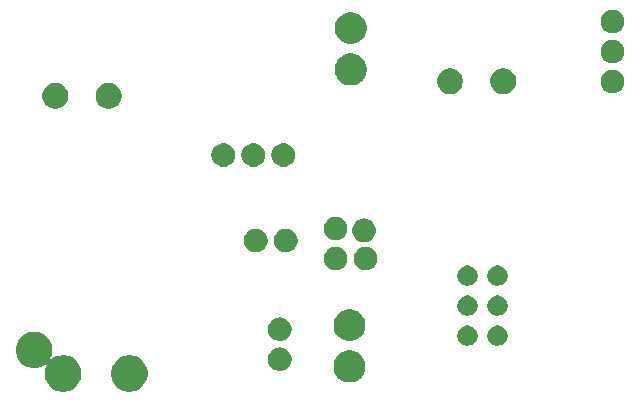
<source format=gbs>
G04 #@! TF.GenerationSoftware,KiCad,Pcbnew,5.1.5-52549c5~86~ubuntu18.04.1*
G04 #@! TF.CreationDate,2020-08-27T00:17:12-07:00*
G04 #@! TF.ProjectId,heat2sound_rx_and_tx,68656174-3273-46f7-956e-645f72785f61,rev?*
G04 #@! TF.SameCoordinates,Original*
G04 #@! TF.FileFunction,Soldermask,Bot*
G04 #@! TF.FilePolarity,Negative*
%FSLAX46Y46*%
G04 Gerber Fmt 4.6, Leading zero omitted, Abs format (unit mm)*
G04 Created by KiCad (PCBNEW 5.1.5-52549c5~86~ubuntu18.04.1) date 2020-08-27 00:17:12*
%MOMM*%
%LPD*%
G04 APERTURE LIST*
%ADD10C,0.100000*%
G04 APERTURE END LIST*
D10*
G36*
X155002390Y-128729783D02*
G01*
X155152118Y-128759565D01*
X155268960Y-128807963D01*
X155434199Y-128876407D01*
X155434200Y-128876408D01*
X155688068Y-129046036D01*
X155903964Y-129261932D01*
X155903965Y-129261934D01*
X156073593Y-129515801D01*
X156104117Y-129589493D01*
X156190435Y-129797882D01*
X156250000Y-130097338D01*
X156250000Y-130402662D01*
X156190435Y-130702118D01*
X156154246Y-130789485D01*
X156073593Y-130984199D01*
X156053223Y-131014685D01*
X156048603Y-131023329D01*
X156045758Y-131032709D01*
X156044797Y-131042463D01*
X156045758Y-131052217D01*
X156048603Y-131061597D01*
X156053223Y-131070241D01*
X156059441Y-131077818D01*
X156067018Y-131084036D01*
X156075662Y-131088656D01*
X156085042Y-131091501D01*
X156094796Y-131092462D01*
X156104550Y-131091501D01*
X156113930Y-131088656D01*
X156122574Y-131084036D01*
X156130145Y-131077823D01*
X156161932Y-131046036D01*
X156415800Y-130876408D01*
X156415801Y-130876407D01*
X156581040Y-130807963D01*
X156697882Y-130759565D01*
X156847610Y-130729783D01*
X156997337Y-130700000D01*
X157302663Y-130700000D01*
X157452390Y-130729783D01*
X157602118Y-130759565D01*
X157718960Y-130807963D01*
X157884199Y-130876407D01*
X157884200Y-130876408D01*
X158138068Y-131046036D01*
X158353964Y-131261932D01*
X158393999Y-131321849D01*
X158523593Y-131515801D01*
X158568241Y-131623592D01*
X158616640Y-131740435D01*
X158640435Y-131797883D01*
X158700000Y-132097337D01*
X158700000Y-132402663D01*
X158640435Y-132702117D01*
X158523593Y-132984199D01*
X158523592Y-132984200D01*
X158353964Y-133238068D01*
X158138068Y-133453964D01*
X158010273Y-133539353D01*
X157884199Y-133623593D01*
X157718960Y-133692037D01*
X157602118Y-133740435D01*
X157452390Y-133770217D01*
X157302663Y-133800000D01*
X156997337Y-133800000D01*
X156847610Y-133770217D01*
X156697882Y-133740435D01*
X156581040Y-133692037D01*
X156415801Y-133623593D01*
X156289727Y-133539353D01*
X156161932Y-133453964D01*
X155946036Y-133238068D01*
X155776408Y-132984200D01*
X155776407Y-132984199D01*
X155659565Y-132702117D01*
X155600000Y-132402663D01*
X155600000Y-132097337D01*
X155659565Y-131797883D01*
X155683361Y-131740435D01*
X155731759Y-131623592D01*
X155776407Y-131515801D01*
X155796777Y-131485315D01*
X155801397Y-131476671D01*
X155804242Y-131467291D01*
X155805203Y-131457537D01*
X155804242Y-131447783D01*
X155801397Y-131438403D01*
X155796777Y-131429759D01*
X155790559Y-131422182D01*
X155782982Y-131415964D01*
X155774338Y-131411344D01*
X155764958Y-131408499D01*
X155755204Y-131407538D01*
X155745450Y-131408499D01*
X155736070Y-131411344D01*
X155727426Y-131415964D01*
X155719855Y-131422177D01*
X155688068Y-131453964D01*
X155613429Y-131503836D01*
X155434199Y-131623593D01*
X155268960Y-131692037D01*
X155152118Y-131740435D01*
X155002390Y-131770217D01*
X154852663Y-131800000D01*
X154547337Y-131800000D01*
X154397610Y-131770217D01*
X154247882Y-131740435D01*
X154131040Y-131692037D01*
X153965801Y-131623593D01*
X153786571Y-131503836D01*
X153711932Y-131453964D01*
X153496036Y-131238068D01*
X153367725Y-131046036D01*
X153326407Y-130984199D01*
X153245754Y-130789485D01*
X153209565Y-130702118D01*
X153150000Y-130402662D01*
X153150000Y-130097338D01*
X153209565Y-129797882D01*
X153295883Y-129589493D01*
X153326407Y-129515801D01*
X153496035Y-129261934D01*
X153496036Y-129261932D01*
X153711932Y-129046036D01*
X153965800Y-128876408D01*
X153965801Y-128876407D01*
X154131040Y-128807963D01*
X154247882Y-128759565D01*
X154397610Y-128729783D01*
X154547337Y-128700000D01*
X154852663Y-128700000D01*
X155002390Y-128729783D01*
G37*
G36*
X163052390Y-130729783D02*
G01*
X163202118Y-130759565D01*
X163318960Y-130807963D01*
X163484199Y-130876407D01*
X163484200Y-130876408D01*
X163738068Y-131046036D01*
X163953964Y-131261932D01*
X163993999Y-131321849D01*
X164123593Y-131515801D01*
X164168241Y-131623592D01*
X164216640Y-131740435D01*
X164240435Y-131797883D01*
X164300000Y-132097337D01*
X164300000Y-132402663D01*
X164240435Y-132702117D01*
X164123593Y-132984199D01*
X164123592Y-132984200D01*
X163953964Y-133238068D01*
X163738068Y-133453964D01*
X163610273Y-133539353D01*
X163484199Y-133623593D01*
X163318960Y-133692037D01*
X163202118Y-133740435D01*
X163052390Y-133770217D01*
X162902663Y-133800000D01*
X162597337Y-133800000D01*
X162447610Y-133770217D01*
X162297882Y-133740435D01*
X162181040Y-133692037D01*
X162015801Y-133623593D01*
X161889727Y-133539353D01*
X161761932Y-133453964D01*
X161546036Y-133238068D01*
X161376408Y-132984200D01*
X161376407Y-132984199D01*
X161259565Y-132702117D01*
X161200000Y-132402663D01*
X161200000Y-132097337D01*
X161259565Y-131797883D01*
X161283361Y-131740435D01*
X161331759Y-131623592D01*
X161376407Y-131515801D01*
X161506001Y-131321849D01*
X161546036Y-131261932D01*
X161761932Y-131046036D01*
X162015800Y-130876408D01*
X162015801Y-130876407D01*
X162181040Y-130807963D01*
X162297882Y-130759565D01*
X162447610Y-130729783D01*
X162597337Y-130700000D01*
X162902663Y-130700000D01*
X163052390Y-130729783D01*
G37*
G36*
X181793779Y-130351939D02*
G01*
X182039463Y-130453705D01*
X182039465Y-130453706D01*
X182260575Y-130601447D01*
X182448613Y-130789485D01*
X182578717Y-130984200D01*
X182596355Y-131010597D01*
X182698121Y-131256281D01*
X182750000Y-131517095D01*
X182750000Y-131783025D01*
X182698121Y-132043839D01*
X182596355Y-132289523D01*
X182596354Y-132289525D01*
X182448613Y-132510635D01*
X182260575Y-132698673D01*
X182039465Y-132846414D01*
X182039464Y-132846415D01*
X182039463Y-132846415D01*
X181793779Y-132948181D01*
X181532965Y-133000060D01*
X181267035Y-133000060D01*
X181006221Y-132948181D01*
X180760537Y-132846415D01*
X180760536Y-132846415D01*
X180760535Y-132846414D01*
X180539425Y-132698673D01*
X180351387Y-132510635D01*
X180203646Y-132289525D01*
X180203645Y-132289523D01*
X180101879Y-132043839D01*
X180050000Y-131783025D01*
X180050000Y-131517095D01*
X180101879Y-131256281D01*
X180203645Y-131010597D01*
X180221283Y-130984200D01*
X180351387Y-130789485D01*
X180539425Y-130601447D01*
X180760535Y-130453706D01*
X180760537Y-130453705D01*
X181006221Y-130351939D01*
X181267035Y-130300060D01*
X181532965Y-130300060D01*
X181793779Y-130351939D01*
G37*
G36*
X175695090Y-130049375D02*
G01*
X175791689Y-130068589D01*
X175973678Y-130143971D01*
X176137463Y-130253409D01*
X176276751Y-130392697D01*
X176386189Y-130556482D01*
X176461571Y-130738471D01*
X176500000Y-130931669D01*
X176500000Y-131128651D01*
X176461571Y-131321849D01*
X176386189Y-131503838D01*
X176276751Y-131667623D01*
X176137463Y-131806911D01*
X175973678Y-131916349D01*
X175791689Y-131991731D01*
X175695090Y-132010945D01*
X175598493Y-132030160D01*
X175401507Y-132030160D01*
X175304910Y-132010945D01*
X175208311Y-131991731D01*
X175026322Y-131916349D01*
X174862537Y-131806911D01*
X174723249Y-131667623D01*
X174613811Y-131503838D01*
X174538429Y-131321849D01*
X174500000Y-131128651D01*
X174500000Y-130931669D01*
X174538429Y-130738471D01*
X174613811Y-130556482D01*
X174723249Y-130392697D01*
X174862537Y-130253409D01*
X175026322Y-130143971D01*
X175208311Y-130068589D01*
X175304910Y-130049375D01*
X175401507Y-130030160D01*
X175598493Y-130030160D01*
X175695090Y-130049375D01*
G37*
G36*
X194181434Y-128211125D02*
G01*
X194181437Y-128211126D01*
X194181436Y-128211126D01*
X194338310Y-128276105D01*
X194479493Y-128370441D01*
X194599559Y-128490507D01*
X194693895Y-128631690D01*
X194693895Y-128631691D01*
X194758875Y-128788566D01*
X194792000Y-128955099D01*
X194792000Y-129124901D01*
X194758875Y-129291434D01*
X194758874Y-129291436D01*
X194693895Y-129448310D01*
X194599559Y-129589493D01*
X194479493Y-129709559D01*
X194338310Y-129803895D01*
X194227383Y-129849842D01*
X194181434Y-129868875D01*
X194014901Y-129902000D01*
X193845099Y-129902000D01*
X193678566Y-129868875D01*
X193632617Y-129849842D01*
X193521690Y-129803895D01*
X193380507Y-129709559D01*
X193260441Y-129589493D01*
X193166105Y-129448310D01*
X193101126Y-129291436D01*
X193101125Y-129291434D01*
X193068000Y-129124901D01*
X193068000Y-128955099D01*
X193101125Y-128788566D01*
X193166105Y-128631691D01*
X193166105Y-128631690D01*
X193260441Y-128490507D01*
X193380507Y-128370441D01*
X193521690Y-128276105D01*
X193678564Y-128211126D01*
X193678563Y-128211126D01*
X193678566Y-128211125D01*
X193845099Y-128178000D01*
X194014901Y-128178000D01*
X194181434Y-128211125D01*
G37*
G36*
X191641434Y-128211125D02*
G01*
X191641437Y-128211126D01*
X191641436Y-128211126D01*
X191798310Y-128276105D01*
X191939493Y-128370441D01*
X192059559Y-128490507D01*
X192153895Y-128631690D01*
X192153895Y-128631691D01*
X192218875Y-128788566D01*
X192252000Y-128955099D01*
X192252000Y-129124901D01*
X192218875Y-129291434D01*
X192218874Y-129291436D01*
X192153895Y-129448310D01*
X192059559Y-129589493D01*
X191939493Y-129709559D01*
X191798310Y-129803895D01*
X191687383Y-129849842D01*
X191641434Y-129868875D01*
X191474901Y-129902000D01*
X191305099Y-129902000D01*
X191138566Y-129868875D01*
X191092617Y-129849842D01*
X190981690Y-129803895D01*
X190840507Y-129709559D01*
X190720441Y-129589493D01*
X190626105Y-129448310D01*
X190561126Y-129291436D01*
X190561125Y-129291434D01*
X190528000Y-129124901D01*
X190528000Y-128955099D01*
X190561125Y-128788566D01*
X190626105Y-128631691D01*
X190626105Y-128631690D01*
X190720441Y-128490507D01*
X190840507Y-128370441D01*
X190981690Y-128276105D01*
X191138564Y-128211126D01*
X191138563Y-128211126D01*
X191138566Y-128211125D01*
X191305099Y-128178000D01*
X191474901Y-128178000D01*
X191641434Y-128211125D01*
G37*
G36*
X181793779Y-126851819D02*
G01*
X182039463Y-126953585D01*
X182039465Y-126953586D01*
X182260575Y-127101327D01*
X182448613Y-127289365D01*
X182497146Y-127362000D01*
X182596355Y-127510477D01*
X182698121Y-127756161D01*
X182750000Y-128016975D01*
X182750000Y-128282905D01*
X182698121Y-128543719D01*
X182596702Y-128788566D01*
X182596354Y-128789405D01*
X182448613Y-129010515D01*
X182260575Y-129198553D01*
X182039465Y-129346294D01*
X182039464Y-129346295D01*
X182039463Y-129346295D01*
X181793779Y-129448061D01*
X181532965Y-129499940D01*
X181267035Y-129499940D01*
X181006221Y-129448061D01*
X180760537Y-129346295D01*
X180760536Y-129346295D01*
X180760535Y-129346294D01*
X180539425Y-129198553D01*
X180351387Y-129010515D01*
X180203646Y-128789405D01*
X180203298Y-128788566D01*
X180101879Y-128543719D01*
X180050000Y-128282905D01*
X180050000Y-128016975D01*
X180101879Y-127756161D01*
X180203645Y-127510477D01*
X180302854Y-127362000D01*
X180351387Y-127289365D01*
X180539425Y-127101327D01*
X180760535Y-126953586D01*
X180760537Y-126953585D01*
X181006221Y-126851819D01*
X181267035Y-126799940D01*
X181532965Y-126799940D01*
X181793779Y-126851819D01*
G37*
G36*
X175695090Y-127509375D02*
G01*
X175791689Y-127528589D01*
X175973678Y-127603971D01*
X176137463Y-127713409D01*
X176276751Y-127852697D01*
X176386189Y-128016482D01*
X176461571Y-128198471D01*
X176461571Y-128198473D01*
X176495778Y-128370440D01*
X176500000Y-128391669D01*
X176500000Y-128588651D01*
X176461571Y-128781849D01*
X176386189Y-128963838D01*
X176276751Y-129127623D01*
X176137463Y-129266911D01*
X175973678Y-129376349D01*
X175791689Y-129451731D01*
X175695090Y-129470946D01*
X175598493Y-129490160D01*
X175401507Y-129490160D01*
X175304910Y-129470946D01*
X175208311Y-129451731D01*
X175026322Y-129376349D01*
X174862537Y-129266911D01*
X174723249Y-129127623D01*
X174613811Y-128963838D01*
X174538429Y-128781849D01*
X174500000Y-128588651D01*
X174500000Y-128391669D01*
X174504223Y-128370440D01*
X174538429Y-128198473D01*
X174538429Y-128198471D01*
X174613811Y-128016482D01*
X174723249Y-127852697D01*
X174862537Y-127713409D01*
X175026322Y-127603971D01*
X175208311Y-127528589D01*
X175304910Y-127509375D01*
X175401507Y-127490160D01*
X175598493Y-127490160D01*
X175695090Y-127509375D01*
G37*
G36*
X194181434Y-125671125D02*
G01*
X194181437Y-125671126D01*
X194181436Y-125671126D01*
X194338310Y-125736105D01*
X194479493Y-125830441D01*
X194599559Y-125950507D01*
X194693895Y-126091690D01*
X194693895Y-126091691D01*
X194758875Y-126248566D01*
X194792000Y-126415099D01*
X194792000Y-126584901D01*
X194758875Y-126751434D01*
X194758874Y-126751436D01*
X194693895Y-126908310D01*
X194599559Y-127049493D01*
X194479493Y-127169559D01*
X194338310Y-127263895D01*
X194227383Y-127309842D01*
X194181434Y-127328875D01*
X194014901Y-127362000D01*
X193845099Y-127362000D01*
X193678566Y-127328875D01*
X193632617Y-127309842D01*
X193521690Y-127263895D01*
X193380507Y-127169559D01*
X193260441Y-127049493D01*
X193166105Y-126908310D01*
X193101126Y-126751436D01*
X193101125Y-126751434D01*
X193068000Y-126584901D01*
X193068000Y-126415099D01*
X193101125Y-126248566D01*
X193166105Y-126091691D01*
X193166105Y-126091690D01*
X193260441Y-125950507D01*
X193380507Y-125830441D01*
X193521690Y-125736105D01*
X193678564Y-125671126D01*
X193678563Y-125671126D01*
X193678566Y-125671125D01*
X193845099Y-125638000D01*
X194014901Y-125638000D01*
X194181434Y-125671125D01*
G37*
G36*
X191641434Y-125671125D02*
G01*
X191641437Y-125671126D01*
X191641436Y-125671126D01*
X191798310Y-125736105D01*
X191939493Y-125830441D01*
X192059559Y-125950507D01*
X192153895Y-126091690D01*
X192153895Y-126091691D01*
X192218875Y-126248566D01*
X192252000Y-126415099D01*
X192252000Y-126584901D01*
X192218875Y-126751434D01*
X192218874Y-126751436D01*
X192153895Y-126908310D01*
X192059559Y-127049493D01*
X191939493Y-127169559D01*
X191798310Y-127263895D01*
X191687383Y-127309842D01*
X191641434Y-127328875D01*
X191474901Y-127362000D01*
X191305099Y-127362000D01*
X191138566Y-127328875D01*
X191092617Y-127309842D01*
X190981690Y-127263895D01*
X190840507Y-127169559D01*
X190720441Y-127049493D01*
X190626105Y-126908310D01*
X190561126Y-126751436D01*
X190561125Y-126751434D01*
X190528000Y-126584901D01*
X190528000Y-126415099D01*
X190561125Y-126248566D01*
X190626105Y-126091691D01*
X190626105Y-126091690D01*
X190720441Y-125950507D01*
X190840507Y-125830441D01*
X190981690Y-125736105D01*
X191138564Y-125671126D01*
X191138563Y-125671126D01*
X191138566Y-125671125D01*
X191305099Y-125638000D01*
X191474901Y-125638000D01*
X191641434Y-125671125D01*
G37*
G36*
X194181434Y-123131125D02*
G01*
X194181437Y-123131126D01*
X194181436Y-123131126D01*
X194338310Y-123196105D01*
X194479493Y-123290441D01*
X194599559Y-123410507D01*
X194693895Y-123551690D01*
X194693895Y-123551691D01*
X194758875Y-123708566D01*
X194792000Y-123875099D01*
X194792000Y-124044901D01*
X194758875Y-124211434D01*
X194758874Y-124211436D01*
X194693895Y-124368310D01*
X194599559Y-124509493D01*
X194479493Y-124629559D01*
X194338310Y-124723895D01*
X194227383Y-124769842D01*
X194181434Y-124788875D01*
X194014901Y-124822000D01*
X193845099Y-124822000D01*
X193678566Y-124788875D01*
X193632617Y-124769842D01*
X193521690Y-124723895D01*
X193380507Y-124629559D01*
X193260441Y-124509493D01*
X193166105Y-124368310D01*
X193101126Y-124211436D01*
X193101125Y-124211434D01*
X193068000Y-124044901D01*
X193068000Y-123875099D01*
X193101125Y-123708566D01*
X193166105Y-123551691D01*
X193166105Y-123551690D01*
X193260441Y-123410507D01*
X193380507Y-123290441D01*
X193521690Y-123196105D01*
X193678564Y-123131126D01*
X193678563Y-123131126D01*
X193678566Y-123131125D01*
X193845099Y-123098000D01*
X194014901Y-123098000D01*
X194181434Y-123131125D01*
G37*
G36*
X191641434Y-123131125D02*
G01*
X191641437Y-123131126D01*
X191641436Y-123131126D01*
X191798310Y-123196105D01*
X191939493Y-123290441D01*
X192059559Y-123410507D01*
X192153895Y-123551690D01*
X192153895Y-123551691D01*
X192218875Y-123708566D01*
X192252000Y-123875099D01*
X192252000Y-124044901D01*
X192218875Y-124211434D01*
X192218874Y-124211436D01*
X192153895Y-124368310D01*
X192059559Y-124509493D01*
X191939493Y-124629559D01*
X191798310Y-124723895D01*
X191687383Y-124769842D01*
X191641434Y-124788875D01*
X191474901Y-124822000D01*
X191305099Y-124822000D01*
X191138566Y-124788875D01*
X191092617Y-124769842D01*
X190981690Y-124723895D01*
X190840507Y-124629559D01*
X190720441Y-124509493D01*
X190626105Y-124368310D01*
X190561126Y-124211436D01*
X190561125Y-124211434D01*
X190528000Y-124044901D01*
X190528000Y-123875099D01*
X190561125Y-123708566D01*
X190626105Y-123551691D01*
X190626105Y-123551690D01*
X190720441Y-123410507D01*
X190840507Y-123290441D01*
X190981690Y-123196105D01*
X191138564Y-123131126D01*
X191138563Y-123131126D01*
X191138566Y-123131125D01*
X191305099Y-123098000D01*
X191474901Y-123098000D01*
X191641434Y-123131125D01*
G37*
G36*
X182965090Y-121539214D02*
G01*
X183061689Y-121558429D01*
X183243678Y-121633811D01*
X183407463Y-121743249D01*
X183546751Y-121882537D01*
X183656189Y-122046322D01*
X183731571Y-122228311D01*
X183770000Y-122421509D01*
X183770000Y-122618491D01*
X183731571Y-122811689D01*
X183656189Y-122993678D01*
X183546751Y-123157463D01*
X183407463Y-123296751D01*
X183243678Y-123406189D01*
X183061689Y-123481571D01*
X182965090Y-123500785D01*
X182868493Y-123520000D01*
X182671507Y-123520000D01*
X182574910Y-123500785D01*
X182478311Y-123481571D01*
X182296322Y-123406189D01*
X182132537Y-123296751D01*
X181993249Y-123157463D01*
X181883811Y-122993678D01*
X181808429Y-122811689D01*
X181770000Y-122618491D01*
X181770000Y-122421509D01*
X181808429Y-122228311D01*
X181883811Y-122046322D01*
X181993249Y-121882537D01*
X182132537Y-121743249D01*
X182296322Y-121633811D01*
X182478311Y-121558429D01*
X182574910Y-121539214D01*
X182671507Y-121520000D01*
X182868493Y-121520000D01*
X182965090Y-121539214D01*
G37*
G36*
X180425090Y-121539214D02*
G01*
X180521689Y-121558429D01*
X180703678Y-121633811D01*
X180867463Y-121743249D01*
X181006751Y-121882537D01*
X181116189Y-122046322D01*
X181191571Y-122228311D01*
X181230000Y-122421509D01*
X181230000Y-122618491D01*
X181191571Y-122811689D01*
X181116189Y-122993678D01*
X181006751Y-123157463D01*
X180867463Y-123296751D01*
X180703678Y-123406189D01*
X180521689Y-123481571D01*
X180425090Y-123500785D01*
X180328493Y-123520000D01*
X180131507Y-123520000D01*
X180034910Y-123500785D01*
X179938311Y-123481571D01*
X179756322Y-123406189D01*
X179592537Y-123296751D01*
X179453249Y-123157463D01*
X179343811Y-122993678D01*
X179268429Y-122811689D01*
X179230000Y-122618491D01*
X179230000Y-122421509D01*
X179268429Y-122228311D01*
X179343811Y-122046322D01*
X179453249Y-121882537D01*
X179592537Y-121743249D01*
X179756322Y-121633811D01*
X179938311Y-121558429D01*
X180034910Y-121539214D01*
X180131507Y-121520000D01*
X180328493Y-121520000D01*
X180425090Y-121539214D01*
G37*
G36*
X176204930Y-120019214D02*
G01*
X176301529Y-120038429D01*
X176483518Y-120113811D01*
X176647303Y-120223249D01*
X176786591Y-120362537D01*
X176896029Y-120526322D01*
X176971411Y-120708311D01*
X176990625Y-120804910D01*
X177009491Y-120899751D01*
X177009840Y-120901509D01*
X177009840Y-121098491D01*
X176971411Y-121291689D01*
X176896029Y-121473678D01*
X176786591Y-121637463D01*
X176647303Y-121776751D01*
X176483518Y-121886189D01*
X176301529Y-121961571D01*
X176204930Y-121980786D01*
X176108333Y-122000000D01*
X175911347Y-122000000D01*
X175814750Y-121980786D01*
X175718151Y-121961571D01*
X175536162Y-121886189D01*
X175372377Y-121776751D01*
X175233089Y-121637463D01*
X175123651Y-121473678D01*
X175048269Y-121291689D01*
X175009840Y-121098491D01*
X175009840Y-120901509D01*
X175010190Y-120899751D01*
X175029055Y-120804910D01*
X175048269Y-120708311D01*
X175123651Y-120526322D01*
X175233089Y-120362537D01*
X175372377Y-120223249D01*
X175536162Y-120113811D01*
X175718151Y-120038429D01*
X175814750Y-120019214D01*
X175911347Y-120000000D01*
X176108333Y-120000000D01*
X176204930Y-120019214D01*
G37*
G36*
X173664930Y-120019214D02*
G01*
X173761529Y-120038429D01*
X173943518Y-120113811D01*
X174107303Y-120223249D01*
X174246591Y-120362537D01*
X174356029Y-120526322D01*
X174431411Y-120708311D01*
X174450625Y-120804910D01*
X174469491Y-120899751D01*
X174469840Y-120901509D01*
X174469840Y-121098491D01*
X174431411Y-121291689D01*
X174356029Y-121473678D01*
X174246591Y-121637463D01*
X174107303Y-121776751D01*
X173943518Y-121886189D01*
X173761529Y-121961571D01*
X173664930Y-121980786D01*
X173568333Y-122000000D01*
X173371347Y-122000000D01*
X173274750Y-121980786D01*
X173178151Y-121961571D01*
X172996162Y-121886189D01*
X172832377Y-121776751D01*
X172693089Y-121637463D01*
X172583651Y-121473678D01*
X172508269Y-121291689D01*
X172469840Y-121098491D01*
X172469840Y-120901509D01*
X172470190Y-120899751D01*
X172489055Y-120804910D01*
X172508269Y-120708311D01*
X172583651Y-120526322D01*
X172693089Y-120362537D01*
X172832377Y-120223249D01*
X172996162Y-120113811D01*
X173178151Y-120038429D01*
X173274750Y-120019214D01*
X173371347Y-120000000D01*
X173568333Y-120000000D01*
X173664930Y-120019214D01*
G37*
G36*
X182822090Y-119142214D02*
G01*
X182918689Y-119161429D01*
X183100678Y-119236811D01*
X183264463Y-119346249D01*
X183403751Y-119485537D01*
X183513189Y-119649322D01*
X183588571Y-119831311D01*
X183588571Y-119831313D01*
X183627000Y-120024507D01*
X183627000Y-120221493D01*
X183617016Y-120271687D01*
X183588571Y-120414689D01*
X183513189Y-120596678D01*
X183403751Y-120760463D01*
X183264463Y-120899751D01*
X183100678Y-121009189D01*
X182918689Y-121084571D01*
X182822090Y-121103786D01*
X182725493Y-121123000D01*
X182528507Y-121123000D01*
X182431910Y-121103786D01*
X182335311Y-121084571D01*
X182153322Y-121009189D01*
X181989537Y-120899751D01*
X181850249Y-120760463D01*
X181740811Y-120596678D01*
X181665429Y-120414689D01*
X181636984Y-120271687D01*
X181627000Y-120221493D01*
X181627000Y-120024507D01*
X181665429Y-119831313D01*
X181665429Y-119831311D01*
X181740811Y-119649322D01*
X181850249Y-119485537D01*
X181989537Y-119346249D01*
X182153322Y-119236811D01*
X182335311Y-119161429D01*
X182431910Y-119142214D01*
X182528507Y-119123000D01*
X182725493Y-119123000D01*
X182822090Y-119142214D01*
G37*
G36*
X180425090Y-118999215D02*
G01*
X180521689Y-119018429D01*
X180703678Y-119093811D01*
X180867463Y-119203249D01*
X181006751Y-119342537D01*
X181116189Y-119506322D01*
X181191571Y-119688311D01*
X181230000Y-119881509D01*
X181230000Y-120078491D01*
X181191571Y-120271689D01*
X181116189Y-120453678D01*
X181006751Y-120617463D01*
X180867463Y-120756751D01*
X180703678Y-120866189D01*
X180521689Y-120941571D01*
X180425090Y-120960785D01*
X180328493Y-120980000D01*
X180131507Y-120980000D01*
X180034910Y-120960785D01*
X179938311Y-120941571D01*
X179756322Y-120866189D01*
X179592537Y-120756751D01*
X179453249Y-120617463D01*
X179343811Y-120453678D01*
X179268429Y-120271689D01*
X179230000Y-120078491D01*
X179230000Y-119881509D01*
X179268429Y-119688311D01*
X179343811Y-119506322D01*
X179453249Y-119342537D01*
X179592537Y-119203249D01*
X179756322Y-119093811D01*
X179938311Y-119018429D01*
X180034910Y-118999215D01*
X180131507Y-118980000D01*
X180328493Y-118980000D01*
X180425090Y-118999215D01*
G37*
G36*
X175985090Y-112769215D02*
G01*
X176081689Y-112788429D01*
X176263678Y-112863811D01*
X176427463Y-112973249D01*
X176566751Y-113112537D01*
X176676189Y-113276322D01*
X176751571Y-113458311D01*
X176790000Y-113651509D01*
X176790000Y-113848491D01*
X176751571Y-114041689D01*
X176676189Y-114223678D01*
X176566751Y-114387463D01*
X176427463Y-114526751D01*
X176263678Y-114636189D01*
X176081689Y-114711571D01*
X175985090Y-114730785D01*
X175888493Y-114750000D01*
X175691507Y-114750000D01*
X175594910Y-114730785D01*
X175498311Y-114711571D01*
X175316322Y-114636189D01*
X175152537Y-114526751D01*
X175013249Y-114387463D01*
X174903811Y-114223678D01*
X174828429Y-114041689D01*
X174790000Y-113848491D01*
X174790000Y-113651509D01*
X174828429Y-113458311D01*
X174903811Y-113276322D01*
X175013249Y-113112537D01*
X175152537Y-112973249D01*
X175316322Y-112863811D01*
X175498311Y-112788429D01*
X175594910Y-112769215D01*
X175691507Y-112750000D01*
X175888493Y-112750000D01*
X175985090Y-112769215D01*
G37*
G36*
X170905090Y-112769215D02*
G01*
X171001689Y-112788429D01*
X171183678Y-112863811D01*
X171347463Y-112973249D01*
X171486751Y-113112537D01*
X171596189Y-113276322D01*
X171671571Y-113458311D01*
X171710000Y-113651509D01*
X171710000Y-113848491D01*
X171671571Y-114041689D01*
X171596189Y-114223678D01*
X171486751Y-114387463D01*
X171347463Y-114526751D01*
X171183678Y-114636189D01*
X171001689Y-114711571D01*
X170905090Y-114730785D01*
X170808493Y-114750000D01*
X170611507Y-114750000D01*
X170514910Y-114730785D01*
X170418311Y-114711571D01*
X170236322Y-114636189D01*
X170072537Y-114526751D01*
X169933249Y-114387463D01*
X169823811Y-114223678D01*
X169748429Y-114041689D01*
X169710000Y-113848491D01*
X169710000Y-113651509D01*
X169748429Y-113458311D01*
X169823811Y-113276322D01*
X169933249Y-113112537D01*
X170072537Y-112973249D01*
X170236322Y-112863811D01*
X170418311Y-112788429D01*
X170514910Y-112769215D01*
X170611507Y-112750000D01*
X170808493Y-112750000D01*
X170905090Y-112769215D01*
G37*
G36*
X173445090Y-112769215D02*
G01*
X173541689Y-112788429D01*
X173723678Y-112863811D01*
X173887463Y-112973249D01*
X174026751Y-113112537D01*
X174136189Y-113276322D01*
X174211571Y-113458311D01*
X174250000Y-113651509D01*
X174250000Y-113848491D01*
X174211571Y-114041689D01*
X174136189Y-114223678D01*
X174026751Y-114387463D01*
X173887463Y-114526751D01*
X173723678Y-114636189D01*
X173541689Y-114711571D01*
X173445090Y-114730785D01*
X173348493Y-114750000D01*
X173151507Y-114750000D01*
X173054910Y-114730785D01*
X172958311Y-114711571D01*
X172776322Y-114636189D01*
X172612537Y-114526751D01*
X172473249Y-114387463D01*
X172363811Y-114223678D01*
X172288429Y-114041689D01*
X172250000Y-113848491D01*
X172250000Y-113651509D01*
X172288429Y-113458311D01*
X172363811Y-113276322D01*
X172473249Y-113112537D01*
X172612537Y-112973249D01*
X172776322Y-112863811D01*
X172958311Y-112788429D01*
X173054910Y-112769215D01*
X173151507Y-112750000D01*
X173348493Y-112750000D01*
X173445090Y-112769215D01*
G37*
G36*
X161321468Y-107692762D02*
G01*
X161521562Y-107775644D01*
X161521564Y-107775645D01*
X161701644Y-107895970D01*
X161854790Y-108049116D01*
X161975115Y-108229196D01*
X161975116Y-108229198D01*
X162057998Y-108429292D01*
X162100250Y-108641708D01*
X162100250Y-108858292D01*
X162057998Y-109070708D01*
X161975116Y-109270802D01*
X161975115Y-109270804D01*
X161854790Y-109450884D01*
X161701644Y-109604030D01*
X161521564Y-109724355D01*
X161521563Y-109724356D01*
X161521562Y-109724356D01*
X161321468Y-109807238D01*
X161109052Y-109849490D01*
X160892468Y-109849490D01*
X160680052Y-109807238D01*
X160479958Y-109724356D01*
X160479957Y-109724356D01*
X160479956Y-109724355D01*
X160299876Y-109604030D01*
X160146730Y-109450884D01*
X160026405Y-109270804D01*
X160026404Y-109270802D01*
X159943522Y-109070708D01*
X159901270Y-108858292D01*
X159901270Y-108641708D01*
X159943522Y-108429292D01*
X160026404Y-108229198D01*
X160026405Y-108229196D01*
X160146730Y-108049116D01*
X160299876Y-107895970D01*
X160479956Y-107775645D01*
X160479958Y-107775644D01*
X160680052Y-107692762D01*
X160892468Y-107650510D01*
X161109052Y-107650510D01*
X161321468Y-107692762D01*
G37*
G36*
X156820588Y-107692762D02*
G01*
X157020682Y-107775644D01*
X157020684Y-107775645D01*
X157200764Y-107895970D01*
X157353910Y-108049116D01*
X157474235Y-108229196D01*
X157474236Y-108229198D01*
X157557118Y-108429292D01*
X157599370Y-108641708D01*
X157599370Y-108858292D01*
X157557118Y-109070708D01*
X157474236Y-109270802D01*
X157474235Y-109270804D01*
X157353910Y-109450884D01*
X157200764Y-109604030D01*
X157020684Y-109724355D01*
X157020683Y-109724356D01*
X157020682Y-109724356D01*
X156820588Y-109807238D01*
X156608172Y-109849490D01*
X156391588Y-109849490D01*
X156179172Y-109807238D01*
X155979078Y-109724356D01*
X155979077Y-109724356D01*
X155979076Y-109724355D01*
X155798996Y-109604030D01*
X155645850Y-109450884D01*
X155525525Y-109270804D01*
X155525524Y-109270802D01*
X155442642Y-109070708D01*
X155400390Y-108858292D01*
X155400390Y-108641708D01*
X155442642Y-108429292D01*
X155525524Y-108229198D01*
X155525525Y-108229196D01*
X155645850Y-108049116D01*
X155798996Y-107895970D01*
X155979076Y-107775645D01*
X155979078Y-107775644D01*
X156179172Y-107692762D01*
X156391588Y-107650510D01*
X156608172Y-107650510D01*
X156820588Y-107692762D01*
G37*
G36*
X190230588Y-106442762D02*
G01*
X190430682Y-106525644D01*
X190430684Y-106525645D01*
X190610764Y-106645970D01*
X190763910Y-106799116D01*
X190884235Y-106979196D01*
X190884236Y-106979198D01*
X190967118Y-107179292D01*
X191009370Y-107391708D01*
X191009370Y-107608292D01*
X190967118Y-107820708D01*
X190935943Y-107895970D01*
X190884235Y-108020804D01*
X190763910Y-108200884D01*
X190610764Y-108354030D01*
X190430684Y-108474355D01*
X190430683Y-108474356D01*
X190430682Y-108474356D01*
X190230588Y-108557238D01*
X190018172Y-108599490D01*
X189801588Y-108599490D01*
X189589172Y-108557238D01*
X189389078Y-108474356D01*
X189389077Y-108474356D01*
X189389076Y-108474355D01*
X189208996Y-108354030D01*
X189055850Y-108200884D01*
X188935525Y-108020804D01*
X188883817Y-107895970D01*
X188852642Y-107820708D01*
X188810390Y-107608292D01*
X188810390Y-107391708D01*
X188852642Y-107179292D01*
X188935524Y-106979198D01*
X188935525Y-106979196D01*
X189055850Y-106799116D01*
X189208996Y-106645970D01*
X189389076Y-106525645D01*
X189389078Y-106525644D01*
X189589172Y-106442762D01*
X189801588Y-106400510D01*
X190018172Y-106400510D01*
X190230588Y-106442762D01*
G37*
G36*
X194731468Y-106442762D02*
G01*
X194931562Y-106525644D01*
X194931564Y-106525645D01*
X195111644Y-106645970D01*
X195264790Y-106799116D01*
X195385115Y-106979196D01*
X195385116Y-106979198D01*
X195467998Y-107179292D01*
X195510250Y-107391708D01*
X195510250Y-107608292D01*
X195467998Y-107820708D01*
X195436823Y-107895970D01*
X195385115Y-108020804D01*
X195264790Y-108200884D01*
X195111644Y-108354030D01*
X194931564Y-108474355D01*
X194931563Y-108474356D01*
X194931562Y-108474356D01*
X194731468Y-108557238D01*
X194519052Y-108599490D01*
X194302468Y-108599490D01*
X194090052Y-108557238D01*
X193889958Y-108474356D01*
X193889957Y-108474356D01*
X193889956Y-108474355D01*
X193709876Y-108354030D01*
X193556730Y-108200884D01*
X193436405Y-108020804D01*
X193384697Y-107895970D01*
X193353522Y-107820708D01*
X193311270Y-107608292D01*
X193311270Y-107391708D01*
X193353522Y-107179292D01*
X193436404Y-106979198D01*
X193436405Y-106979196D01*
X193556730Y-106799116D01*
X193709876Y-106645970D01*
X193889956Y-106525645D01*
X193889958Y-106525644D01*
X194090052Y-106442762D01*
X194302468Y-106400510D01*
X194519052Y-106400510D01*
X194731468Y-106442762D01*
G37*
G36*
X203855090Y-106559214D02*
G01*
X203951689Y-106578429D01*
X204133678Y-106653811D01*
X204297463Y-106763249D01*
X204436751Y-106902537D01*
X204546189Y-107066322D01*
X204621571Y-107248311D01*
X204621571Y-107248313D01*
X204660000Y-107441507D01*
X204660000Y-107638493D01*
X204640786Y-107735090D01*
X204621571Y-107831689D01*
X204546189Y-108013678D01*
X204436751Y-108177463D01*
X204297463Y-108316751D01*
X204133678Y-108426189D01*
X203951689Y-108501571D01*
X203855090Y-108520786D01*
X203758493Y-108540000D01*
X203561507Y-108540000D01*
X203464910Y-108520786D01*
X203368311Y-108501571D01*
X203186322Y-108426189D01*
X203022537Y-108316751D01*
X202883249Y-108177463D01*
X202773811Y-108013678D01*
X202698429Y-107831689D01*
X202679214Y-107735090D01*
X202660000Y-107638493D01*
X202660000Y-107441507D01*
X202698429Y-107248313D01*
X202698429Y-107248311D01*
X202773811Y-107066322D01*
X202883249Y-106902537D01*
X203022537Y-106763249D01*
X203186322Y-106653811D01*
X203368311Y-106578429D01*
X203464910Y-106559215D01*
X203561507Y-106540000D01*
X203758493Y-106540000D01*
X203855090Y-106559214D01*
G37*
G36*
X181893779Y-105201939D02*
G01*
X182139463Y-105303705D01*
X182139465Y-105303706D01*
X182360575Y-105451447D01*
X182548613Y-105639485D01*
X182548614Y-105639487D01*
X182696355Y-105860597D01*
X182798121Y-106106281D01*
X182850000Y-106367095D01*
X182850000Y-106633025D01*
X182798121Y-106893839D01*
X182762764Y-106979198D01*
X182696354Y-107139525D01*
X182548613Y-107360635D01*
X182360575Y-107548673D01*
X182139465Y-107696414D01*
X182139464Y-107696415D01*
X182139463Y-107696415D01*
X181893779Y-107798181D01*
X181632965Y-107850060D01*
X181367035Y-107850060D01*
X181106221Y-107798181D01*
X180860537Y-107696415D01*
X180860536Y-107696415D01*
X180860535Y-107696414D01*
X180639425Y-107548673D01*
X180451387Y-107360635D01*
X180303646Y-107139525D01*
X180237236Y-106979198D01*
X180201879Y-106893839D01*
X180150000Y-106633025D01*
X180150000Y-106367095D01*
X180201879Y-106106281D01*
X180303645Y-105860597D01*
X180451386Y-105639487D01*
X180451387Y-105639485D01*
X180639425Y-105451447D01*
X180860535Y-105303706D01*
X180860537Y-105303705D01*
X181106221Y-105201939D01*
X181367035Y-105150060D01*
X181632965Y-105150060D01*
X181893779Y-105201939D01*
G37*
G36*
X203855090Y-104019214D02*
G01*
X203951689Y-104038429D01*
X204133678Y-104113811D01*
X204297463Y-104223249D01*
X204436751Y-104362537D01*
X204546189Y-104526322D01*
X204621571Y-104708311D01*
X204621571Y-104708313D01*
X204660000Y-104901507D01*
X204660000Y-105098493D01*
X204640786Y-105195090D01*
X204621571Y-105291689D01*
X204546189Y-105473678D01*
X204436751Y-105637463D01*
X204297463Y-105776751D01*
X204133678Y-105886189D01*
X203951689Y-105961571D01*
X203855090Y-105980785D01*
X203758493Y-106000000D01*
X203561507Y-106000000D01*
X203464910Y-105980785D01*
X203368311Y-105961571D01*
X203186322Y-105886189D01*
X203022537Y-105776751D01*
X202883249Y-105637463D01*
X202773811Y-105473678D01*
X202698429Y-105291689D01*
X202679214Y-105195090D01*
X202660000Y-105098493D01*
X202660000Y-104901507D01*
X202698429Y-104708313D01*
X202698429Y-104708311D01*
X202773811Y-104526322D01*
X202883249Y-104362537D01*
X203022537Y-104223249D01*
X203186322Y-104113811D01*
X203368311Y-104038429D01*
X203464910Y-104019214D01*
X203561507Y-104000000D01*
X203758493Y-104000000D01*
X203855090Y-104019214D01*
G37*
G36*
X181893779Y-101701819D02*
G01*
X182139463Y-101803585D01*
X182139465Y-101803586D01*
X182360575Y-101951327D01*
X182548613Y-102139365D01*
X182548614Y-102139367D01*
X182696355Y-102360477D01*
X182798121Y-102606161D01*
X182850000Y-102866975D01*
X182850000Y-103132905D01*
X182798121Y-103393719D01*
X182786584Y-103421571D01*
X182696354Y-103639405D01*
X182548613Y-103860515D01*
X182360575Y-104048553D01*
X182139465Y-104196294D01*
X182139464Y-104196295D01*
X182139463Y-104196295D01*
X181893779Y-104298061D01*
X181632965Y-104349940D01*
X181367035Y-104349940D01*
X181106221Y-104298061D01*
X180860537Y-104196295D01*
X180860536Y-104196295D01*
X180860535Y-104196294D01*
X180639425Y-104048553D01*
X180451387Y-103860515D01*
X180303646Y-103639405D01*
X180213416Y-103421571D01*
X180201879Y-103393719D01*
X180150000Y-103132905D01*
X180150000Y-102866975D01*
X180201879Y-102606161D01*
X180303645Y-102360477D01*
X180451386Y-102139367D01*
X180451387Y-102139365D01*
X180639425Y-101951327D01*
X180860535Y-101803586D01*
X180860537Y-101803585D01*
X181106221Y-101701819D01*
X181367035Y-101649940D01*
X181632965Y-101649940D01*
X181893779Y-101701819D01*
G37*
G36*
X203855090Y-101479215D02*
G01*
X203951689Y-101498429D01*
X204133678Y-101573811D01*
X204297463Y-101683249D01*
X204436751Y-101822537D01*
X204546189Y-101986322D01*
X204621571Y-102168311D01*
X204621571Y-102168313D01*
X204659795Y-102360475D01*
X204660000Y-102361509D01*
X204660000Y-102558491D01*
X204621571Y-102751689D01*
X204546189Y-102933678D01*
X204436751Y-103097463D01*
X204297463Y-103236751D01*
X204133678Y-103346189D01*
X203951689Y-103421571D01*
X203855090Y-103440785D01*
X203758493Y-103460000D01*
X203561507Y-103460000D01*
X203464910Y-103440785D01*
X203368311Y-103421571D01*
X203186322Y-103346189D01*
X203022537Y-103236751D01*
X202883249Y-103097463D01*
X202773811Y-102933678D01*
X202698429Y-102751689D01*
X202660000Y-102558491D01*
X202660000Y-102361509D01*
X202660206Y-102360475D01*
X202698429Y-102168313D01*
X202698429Y-102168311D01*
X202773811Y-101986322D01*
X202883249Y-101822537D01*
X203022537Y-101683249D01*
X203186322Y-101573811D01*
X203368311Y-101498429D01*
X203464910Y-101479215D01*
X203561507Y-101460000D01*
X203758493Y-101460000D01*
X203855090Y-101479215D01*
G37*
M02*

</source>
